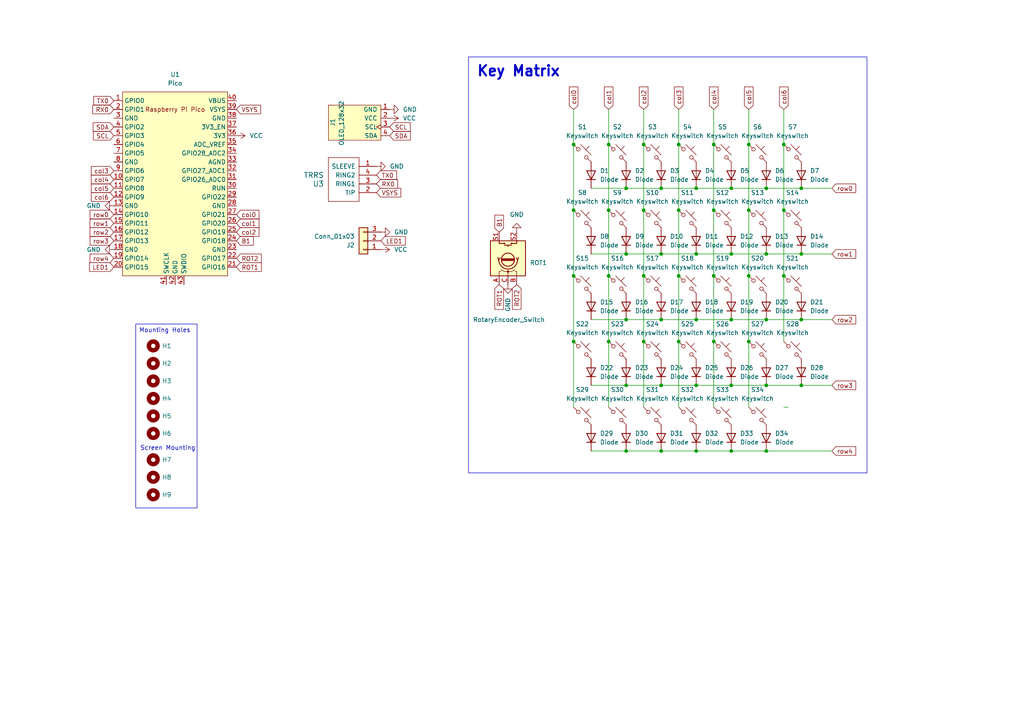
<source format=kicad_sch>
(kicad_sch (version 20230121) (generator eeschema)
  (paper "A4")
  (title_block (title "WackyMXter"))
  (lib_symbols
    (symbol "Connector_Generic:Conn_01x03" (pin_names (offset 1.016) hide)
      (property "Reference" "J" (at 0 5.08 0))
      (property "Value" "Conn_01x03" (at 0 -5.08 0))
      (symbol "Conn_01x03_1_1"
        (rectangle (start -1.27 -2.413) (end 0 -2.667) (stroke (width 0.1524)))
        (rectangle (start -1.27 0.127) (end 0 -0.127) (stroke (width 0.1524)))
        (rectangle (start -1.27 2.667) (end 0 2.413) (stroke (width 0.1524)))
        (rectangle (start -1.27 3.81) (end 1.27 -3.81) (stroke (width 0.254)) (fill (type background)))
        (pin passive line (at -5.08 2.54 0) (length 3.81) (name "Pin_1") (number "1"))
        (pin passive line (at -5.08 0 0) (length 3.81) (name "Pin_2") (number "2"))
        (pin passive line (at -5.08 -2.54 0) (length 3.81) (name "Pin_3") (number "3"))
      )
    )
    (symbol "Device:RotaryEncoder_Switch" (pin_names (offset 0.254) hide)
      (property "Reference" "SW" (at 0 6.604 0))
      (property "Value" "RotaryEncoder_Switch" (at 0 -6.604 0))
      (symbol "RotaryEncoder_Switch_0_1"
        (rectangle (start -5.08 5.08) (end 5.08 -5.08) (stroke (width 0.254)) (fill (type background)))
        (circle (center -3.81 0) (radius 0.254) (fill (type outline)))
        (circle (center -0.381 0) (radius 1.905) (stroke (width 0.254)))
        (arc (start -0.381 2.667) (mid -3.0988 -0.0635) (end -0.381 -2.794) (stroke (width 0.254)))
        (polyline (pts (xy -0.635 -1.778) (xy -0.635 1.778)) (stroke (width 0.254)))
        (polyline (pts (xy -0.381 -1.778) (xy -0.381 1.778)) (stroke (width 0.254)))
        (polyline (pts (xy -0.127 1.778) (xy -0.127 -1.778)) (stroke (width 0.254)))
        (polyline (pts (xy 3.81 0) (xy 3.429 0)) (stroke (width 0.254)))
        (polyline (pts (xy 3.81 1.016) (xy 3.81 -1.016)) (stroke (width 0.254)))
        (polyline (pts (xy -5.08 -2.54) (xy -3.81 -2.54) (xy -3.81 -2.032)))
        (polyline (pts (xy -5.08 2.54) (xy -3.81 2.54) (xy -3.81 2.032)))
        (polyline (pts (xy 0.254 -3.048) (xy -0.508 -2.794) (xy 0.127 -2.413)) (stroke (width 0.254)))
        (polyline (pts (xy 0.254 2.921) (xy -0.508 2.667) (xy 0.127 2.286)) (stroke (width 0.254)))
        (polyline (pts (xy 5.08 -2.54) (xy 4.318 -2.54) (xy 4.318 -1.016)) (stroke (width 0.254)))
        (polyline (pts (xy 5.08 2.54) (xy 4.318 2.54) (xy 4.318 1.016)) (stroke (width 0.254)))
        (polyline (pts (xy -5.08 0) (xy -3.81 0) (xy -3.81 -1.016) (xy -3.302 -2.032)))
        (polyline (pts (xy -4.318 0) (xy -3.81 0) (xy -3.81 1.016) (xy -3.302 2.032)))
        (circle (center 4.318 -1.016) (radius 0.127) (stroke (width 0.254)))
        (circle (center 4.318 1.016) (radius 0.127) (stroke (width 0.254)))
      )
      (symbol "RotaryEncoder_Switch_1_1"
        (pin passive line (at -7.62 2.54 0) (length 2.54) (name "A") (number "A"))
        (pin passive line (at -7.62 -2.54 0) (length 2.54) (name "B") (number "B"))
        (pin passive line (at -7.62 0 0) (length 2.54) (name "C") (number "C"))
        (pin passive line (at 7.62 2.54 180) (length 2.54) (name "S1") (number "S1"))
        (pin passive line (at 7.62 -2.54 180) (length 2.54) (name "S2") (number "S2"))
      )
    )
    (symbol "MCU_RaspberryPi_and_Boards:Pico"
      (property "Reference" "U" (at -13.97 27.94 0))
      (property "Value" "Pico" (at 0 19.05 0))
      (symbol "Pico_0_0"
        (text "Raspberry Pi Pico" (at 0 21.59 0) (effects (font (size 1.27 1.27))))
      )
      (symbol "Pico_0_1"
        (rectangle (start -15.24 26.67) (end 15.24 -26.67) (fill (type background)))
      )
      (symbol "Pico_1_1"
        (pin bidirectional line (at -17.78 24.13 0) (length 2.54) (name "GPIO0") (number "1"))
        (pin bidirectional line (at -17.78 1.27 0) (length 2.54) (name "GPIO7") (number "10"))
        (pin bidirectional line (at -17.78 -1.27 0) (length 2.54) (name "GPIO8") (number "11"))
        (pin bidirectional line (at -17.78 -3.81 0) (length 2.54) (name "GPIO9") (number "12"))
        (pin power_in line (at -17.78 -6.35 0) (length 2.54) (name "GND") (number "13"))
        (pin bidirectional line (at -17.78 -8.89 0) (length 2.54) (name "GPIO10") (number "14"))
        (pin bidirectional line (at -17.78 -11.43 0) (length 2.54) (name "GPIO11") (number "15"))
        (pin bidirectional line (at -17.78 -13.97 0) (length 2.54) (name "GPIO12") (number "16"))
        (pin bidirectional line (at -17.78 -16.51 0) (length 2.54) (name "GPIO13") (number "17"))
        (pin power_in line (at -17.78 -19.05 0) (length 2.54) (name "GND") (number "18"))
        (pin bidirectional line (at -17.78 -21.59 0) (length 2.54) (name "GPIO14") (number "19"))
        (pin bidirectional line (at -17.78 21.59 0) (length 2.54) (name "GPIO1") (number "2"))
        (pin bidirectional line (at -17.78 -24.13 0) (length 2.54) (name "GPIO15") (number "20"))
        (pin bidirectional line (at 17.78 -24.13 180) (length 2.54) (name "GPIO16") (number "21"))
        (pin bidirectional line (at 17.78 -21.59 180) (length 2.54) (name "GPIO17") (number "22"))
        (pin power_in line (at 17.78 -19.05 180) (length 2.54) (name "GND") (number "23"))
        (pin bidirectional line (at 17.78 -16.51 180) (length 2.54) (name "GPIO18") (number "24"))
        (pin bidirectional line (at 17.78 -13.97 180) (length 2.54) (name "GPIO19") (number "25"))
        (pin bidirectional line (at 17.78 -11.43 180) (length 2.54) (name "GPIO20") (number "26"))
        (pin bidirectional line (at 17.78 -8.89 180) (length 2.54) (name "GPIO21") (number "27"))
        (pin power_in line (at 17.78 -6.35 180) (length 2.54) (name "GND") (number "28"))
        (pin bidirectional line (at 17.78 -3.81 180) (length 2.54) (name "GPIO22") (number "29"))
        (pin power_in line (at -17.78 19.05 0) (length 2.54) (name "GND") (number "3"))
        (pin input line (at 17.78 -1.27 180) (length 2.54) (name "RUN") (number "30"))
        (pin bidirectional line (at 17.78 1.27 180) (length 2.54) (name "GPIO26_ADC0") (number "31"))
        (pin bidirectional line (at 17.78 3.81 180) (length 2.54) (name "GPIO27_ADC1") (number "32"))
        (pin power_in line (at 17.78 6.35 180) (length 2.54) (name "AGND") (number "33"))
        (pin bidirectional line (at 17.78 8.89 180) (length 2.54) (name "GPIO28_ADC2") (number "34"))
        (pin power_in line (at 17.78 11.43 180) (length 2.54) (name "ADC_VREF") (number "35"))
        (pin power_in line (at 17.78 13.97 180) (length 2.54) (name "3V3") (number "36"))
        (pin input line (at 17.78 16.51 180) (length 2.54) (name "3V3_EN") (number "37"))
        (pin bidirectional line (at 17.78 19.05 180) (length 2.54) (name "GND") (number "38"))
        (pin power_in line (at 17.78 21.59 180) (length 2.54) (name "VSYS") (number "39"))
        (pin bidirectional line (at -17.78 16.51 0) (length 2.54) (name "GPIO2") (number "4"))
        (pin power_in line (at 17.78 24.13 180) (length 2.54) (name "VBUS") (number "40"))
        (pin input line (at -2.54 -29.21 90) (length 2.54) (name "SWCLK") (number "41"))
        (pin power_in line (at 0 -29.21 90) (length 2.54) (name "GND") (number "42"))
        (pin bidirectional line (at 2.54 -29.21 90) (length 2.54) (name "SWDIO") (number "43"))
        (pin bidirectional line (at -17.78 13.97 0) (length 2.54) (name "GPIO3") (number "5"))
        (pin bidirectional line (at -17.78 11.43 0) (length 2.54) (name "GPIO4") (number "6"))
        (pin bidirectional line (at -17.78 8.89 0) (length 2.54) (name "GPIO5") (number "7"))
        (pin power_in line (at -17.78 6.35 0) (length 2.54) (name "GND") (number "8"))
        (pin bidirectional line (at -17.78 3.81 0) (length 2.54) (name "GPIO6") (number "9"))
      )
    )
    (symbol "Mechanical:MountingHole" (pin_names (offset 1.016))
      (property "Reference" "H" (at 0 5.08 0))
      (property "Value" "MountingHole" (at 0 3.175 0))
      (symbol "MountingHole_0_1"
        (circle (center 0 0) (radius 1.27) (stroke (width 1.27)))
      )
    )
    (symbol "ScottoKeebs:OLED_128x32" (pin_names (offset 1.016))
      (property "Reference" "J" (at 0 -6.35 0))
      (property "Value" "OLED_128x32" (at 0 6.35 0))
      (symbol "OLED_128x32_0_1"
        (rectangle (start 0 5.08) (end 15.24 -5.08) (fill (type background)))
      )
      (symbol "OLED_128x32_1_1"
        (pin power_in line (at -2.54 -3.81 0) (length 2.54) (name "GND") (number "1"))
        (pin power_in line (at -2.54 -1.27 0) (length 2.54) (name "VCC") (number "2"))
        (pin input clock (at -2.54 1.27 0) (length 2.54) (name "SCL") (number "3"))
        (pin bidirectional line (at -2.54 3.81 0) (length 2.54) (name "SDA") (number "4"))
      )
    )
    (symbol "ScottoKeebs:Placeholder_Diode" (pin_numbers hide) (pin_names hide)
      (property "Reference" "D" (at 0 2.54 0))
      (property "Value" "Diode" (at 0 -2.54 0))
      (symbol "Placeholder_Diode_0_1"
        (polyline (pts (xy -1.27 1.27) (xy -1.27 -1.27)) (stroke (width 0.254)))
        (polyline (pts (xy 1.27 0) (xy -1.27 0)))
        (polyline (pts (xy 1.27 1.27) (xy 1.27 -1.27) (xy -1.27 0) (xy 1.27 1.27)) (stroke (width 0.254)))
      )
      (symbol "Placeholder_Diode_1_1"
        (pin passive line (at -3.81 0 0) (length 2.54) (name "K") (number "1"))
        (pin passive line (at 3.81 0 180) (length 2.54) (name "A") (number "2"))
      )
    )
    (symbol "ScottoKeebs:Placeholder_Keyswitch" (pin_numbers hide) (pin_names (offset 1.016) hide)
      (property "Reference" "S" (at 3.048 1.016 0))
      (property "Value" "Keyswitch" (at 0 -3.81 0))
      (symbol "Placeholder_Keyswitch_0_1"
        (circle (center -1.1684 1.1684) (radius 0.508))
        (polyline (pts (xy -0.508 2.54) (xy 2.54 -0.508)))
        (polyline (pts (xy 1.016 1.016) (xy 2.032 2.032)))
        (polyline (pts (xy -2.54 2.54) (xy -1.524 1.524) (xy -1.524 1.524)))
        (polyline (pts (xy 1.524 -1.524) (xy 2.54 -2.54) (xy 2.54 -2.54) (xy 2.54 -2.54)))
        (circle (center 1.143 -1.1938) (radius 0.508))
        (pin passive line (at -2.54 2.54 0) (length 0) (name "1") (number "1"))
        (pin passive line (at 2.54 -2.54 180) (length 0) (name "2") (number "2"))
      )
    )
    (symbol "ScottoKeebs:Placeholder_TRRS" (pin_names (offset 1.016))
      (property "Reference" "U" (at 0 15.24 0))
      (property "Value" "TRRS" (at 0 -2.54 0))
      (symbol "Placeholder_TRRS_0_1"
        (rectangle (start -3.81 0) (end -3.81 12.7))
        (rectangle (start -3.81 0) (end 5.08 0))
        (rectangle (start -3.81 12.7) (end 5.08 12.7))
        (rectangle (start 5.08 12.7) (end 5.08 0))
      )
      (symbol "Placeholder_TRRS_1_1"
        (pin input line (at -8.89 2.54 0) (length 5.08) (name "SLEEVE") (number "1"))
        (pin input line (at -8.89 10.16 0) (length 5.08) (name "TIP") (number "2"))
        (pin input line (at -8.89 7.62 0) (length 5.08) (name "RING1") (number "3"))
        (pin input line (at -8.89 5.08 0) (length 5.08) (name "RING2") (number "4"))
      )
    )
    (symbol "power:GND" (power) (pin_names (offset 0))
      (property "Value" "GND" (at 0 -3.81 0))
      (symbol "GND_0_1"
        (polyline (pts (xy 0 0) (xy 0 -1.27) (xy 1.27 -1.27) (xy 0 -2.54) (xy -1.27 -1.27) (xy 0 -1.27)))
      )
      (symbol "GND_1_1"
        (pin power_in line (at 0 0 270) (length 0) hide (name "GND") (number "1"))
      )
    )
    (symbol "power:VCC" (power) (pin_names (offset 0))
      (property "Value" "VCC" (at 0 3.81 0))
      (symbol "VCC_0_1"
        (polyline (pts (xy -0.762 1.27) (xy 0 2.54)))
        (polyline (pts (xy 0 0) (xy 0 2.54)))
        (polyline (pts (xy 0 2.54) (xy 0.762 1.27)))
      )
      (symbol "VCC_1_1"
        (pin power_in line (at 0 0 90) (length 0) hide (name "VCC") (number "1"))
      )
    )
  )
  (junction (at 191.77 130.81))
  (junction (at 207.01 80.01))
  (junction (at 176.53 41.91))
  (junction (at 181.61 92.71))
  (junction (at 227.33 60.96))
  (junction (at 196.85 41.91))
  (junction (at 201.93 73.66))
  (junction (at 186.69 99.06))
  (junction (at 166.37 99.06))
  (junction (at 191.77 54.61))
  (junction (at 207.01 41.91))
  (junction (at 212.09 111.76))
  (junction (at 181.61 111.76))
  (junction (at 232.41 54.61))
  (junction (at 196.85 99.06))
  (junction (at 207.01 60.96))
  (junction (at 232.41 73.66))
  (junction (at 222.25 73.66))
  (junction (at 227.33 41.91))
  (junction (at 222.25 130.81))
  (junction (at 207.01 99.06))
  (junction (at 186.69 60.96))
  (junction (at 181.61 73.66))
  (junction (at 222.25 92.71))
  (junction (at 186.69 80.01))
  (junction (at 222.25 111.76))
  (junction (at 201.93 54.61))
  (junction (at 232.41 111.76))
  (junction (at 212.09 130.81))
  (junction (at 196.85 60.96))
  (junction (at 217.17 41.91))
  (junction (at 227.33 80.01))
  (junction (at 217.17 60.96))
  (junction (at 176.53 80.01))
  (junction (at 196.85 80.01))
  (junction (at 212.09 92.71))
  (junction (at 212.09 73.66))
  (junction (at 201.93 92.71))
  (junction (at 181.61 130.81))
  (junction (at 166.37 80.01))
  (junction (at 191.77 111.76))
  (junction (at 176.53 99.06))
  (junction (at 232.41 92.71))
  (junction (at 217.17 99.06))
  (junction (at 201.93 111.76))
  (junction (at 191.77 92.71))
  (junction (at 217.17 80.01))
  (junction (at 222.25 54.61))
  (junction (at 166.37 60.96))
  (junction (at 212.09 54.61))
  (junction (at 181.61 54.61))
  (junction (at 186.69 41.91))
  (junction (at 201.93 130.81))
  (junction (at 176.53 60.96))
  (junction (at 191.77 73.66))
  (junction (at 166.37 41.91))
  (wire (pts (xy 166.37 99.06) (xy 166.37 118.11)))
  (wire (pts (xy 207.01 99.06) (xy 207.01 118.11)))
  (wire (pts (xy 196.85 31.75) (xy 196.85 41.91)))
  (wire (pts (xy 196.85 99.06) (xy 196.85 118.11)))
  (wire (pts (xy 186.69 41.91) (xy 186.69 60.96)))
  (wire (pts (xy 181.61 111.76) (xy 191.77 111.76)))
  (wire (pts (xy 217.17 31.75) (xy 217.17 41.91)))
  (wire (pts (xy 196.85 60.96) (xy 196.85 80.01)))
  (wire (pts (xy 212.09 54.61) (xy 222.25 54.61)))
  (wire (pts (xy 191.77 130.81) (xy 201.93 130.81)))
  (wire (pts (xy 241.3 111.76) (xy 232.41 111.76)))
  (wire (pts (xy 191.77 111.76) (xy 201.93 111.76)))
  (wire (pts (xy 232.41 54.61) (xy 241.3 54.61)))
  (wire (pts (xy 201.93 92.71) (xy 212.09 92.71)))
  (wire (pts (xy 217.17 80.01) (xy 217.17 99.06)))
  (wire (pts (xy 166.37 31.75) (xy 166.37 41.91)))
  (wire (pts (xy 171.45 111.76) (xy 181.61 111.76)))
  (wire (pts (xy 227.33 31.75) (xy 227.33 41.91)))
  (wire (pts (xy 191.77 92.71) (xy 201.93 92.71)))
  (wire (pts (xy 222.25 73.66) (xy 232.41 73.66)))
  (wire (pts (xy 201.93 54.61) (xy 212.09 54.61)))
  (wire (pts (xy 232.41 73.66) (xy 241.3 73.66)))
  (wire (pts (xy 171.45 73.66) (xy 181.61 73.66)))
  (wire (pts (xy 222.25 130.81) (xy 241.3 130.81)))
  (wire (pts (xy 207.01 60.96) (xy 207.01 80.01)))
  (wire (pts (xy 207.01 41.91) (xy 207.01 60.96)))
  (wire (pts (xy 171.45 92.71) (xy 181.61 92.71)))
  (wire (pts (xy 227.33 80.01) (xy 227.33 99.06)))
  (wire (pts (xy 181.61 130.81) (xy 191.77 130.81)))
  (wire (pts (xy 212.09 130.81) (xy 222.25 130.81)))
  (wire (pts (xy 222.25 54.61) (xy 232.41 54.61)))
  (wire (pts (xy 217.17 60.96) (xy 217.17 80.01)))
  (wire (pts (xy 207.01 31.75) (xy 207.01 41.91)))
  (wire (pts (xy 171.45 54.61) (xy 181.61 54.61)))
  (wire (pts (xy 222.25 92.71) (xy 232.41 92.71)))
  (wire (pts (xy 217.17 41.91) (xy 217.17 60.96)))
  (wire (pts (xy 186.69 60.96) (xy 186.69 80.01)))
  (wire (pts (xy 222.25 111.76) (xy 232.41 111.76)))
  (wire (pts (xy 191.77 73.66) (xy 201.93 73.66)))
  (wire (pts (xy 186.69 31.75) (xy 186.69 41.91)))
  (wire (pts (xy 171.45 130.81) (xy 181.61 130.81)))
  (wire (pts (xy 176.53 41.91) (xy 176.53 60.96)))
  (wire (pts (xy 176.53 99.06) (xy 176.53 118.11)))
  (wire (pts (xy 181.61 54.61) (xy 191.77 54.61)))
  (wire (pts (xy 212.09 111.76) (xy 222.25 111.76)))
  (wire (pts (xy 186.69 99.06) (xy 186.69 118.11)))
  (wire (pts (xy 232.41 92.71) (xy 241.3 92.71)))
  (wire (pts (xy 212.09 73.66) (xy 222.25 73.66)))
  (wire (pts (xy 166.37 60.96) (xy 166.37 80.01)))
  (wire (pts (xy 217.17 99.06) (xy 217.17 118.11)))
  (wire (pts (xy 191.77 54.61) (xy 201.93 54.61)))
  (wire (pts (xy 227.33 118.11) (xy 228.6 118.11)))
  (wire (pts (xy 176.53 60.96) (xy 176.53 80.01)))
  (wire (pts (xy 207.01 80.01) (xy 207.01 99.06)))
  (wire (pts (xy 186.69 80.01) (xy 186.69 99.06)))
  (wire (pts (xy 196.85 80.01) (xy 196.85 99.06)))
  (wire (pts (xy 196.85 41.91) (xy 196.85 60.96)))
  (wire (pts (xy 227.33 41.91) (xy 227.33 60.96)))
  (wire (pts (xy 201.93 73.66) (xy 212.09 73.66)))
  (wire (pts (xy 176.53 80.01) (xy 176.53 99.06)))
  (wire (pts (xy 201.93 130.81) (xy 212.09 130.81)))
  (wire (pts (xy 227.33 60.96) (xy 227.33 80.01)))
  (wire (pts (xy 212.09 92.71) (xy 222.25 92.71)))
  (wire (pts (xy 166.37 80.01) (xy 166.37 99.06)))
  (wire (pts (xy 181.61 73.66) (xy 191.77 73.66)))
  (wire (pts (xy 166.37 41.91) (xy 166.37 60.96)))
  (wire (pts (xy 181.61 92.71) (xy 191.77 92.71)))
  (wire (pts (xy 201.93 111.76) (xy 212.09 111.76)))
  (wire (pts (xy 176.53 31.75) (xy 176.53 41.91)))
  (text_box "Key Matrix\n" (at 135.89 16.51 0) (size 115.57 120.65) (effects (font (size 3 3) (thickness 0.6) bold) (justify left top)))
  (text_box "Mounting Holes\n" (at 39.37 93.98 0) (size 17.78 53.34) (effects (font (size 1.27 1.27)) (justify left top)))
  (text "Screen Mounting\n" (at 40.64 130.81 0) (effects (font (size 1.27 1.27)) (justify left bottom)))
  (global_label "row0" (shape input) (at 241.3 54.61 0) (property "Intersheetrefs" "${INTERSHEET_REFS}" (effects hide)))
  (global_label "col3" (shape input) (at 196.85 31.75 90) (property "Intersheetrefs" "${INTERSHEET_REFS}" (effects hide)))
  (global_label "row1" (shape input) (at 241.3 73.66 0) (property "Intersheetrefs" "${INTERSHEET_REFS}" (effects hide)))
  (global_label "col4" (shape input) (at 207.01 31.75 90) (property "Intersheetrefs" "${INTERSHEET_REFS}" (effects hide)))
  (global_label "TX0" (shape input) (at 109.22 50.8 0) (property "Intersheetrefs" "${INTERSHEET_REFS}" (effects hide)))
  (global_label "TX0" (shape input) (at 33.02 29.21 180) (property "Intersheetrefs" "${INTERSHEET_REFS}" (effects hide)))
  (global_label "VSYS" (shape input) (at 109.22 55.88 0) (property "Intersheetrefs" "${INTERSHEET_REFS}" (effects hide)))
  (global_label "col2" (shape input) (at 186.69 31.75 90) (property "Intersheetrefs" "${INTERSHEET_REFS}" (effects hide)))
  (global_label "col2" (shape input) (at 68.58 67.31 0) (property "Intersheetrefs" "${INTERSHEET_REFS}" (effects hide)))
  (global_label "col1" (shape input) (at 68.58 64.77 0) (property "Intersheetrefs" "${INTERSHEET_REFS}" (effects hide)))
  (global_label "row3" (shape input) (at 33.02 69.85 180) (property "Intersheetrefs" "${INTERSHEET_REFS}" (effects hide)))
  (global_label "RX0" (shape input) (at 33.02 31.75 180) (property "Intersheetrefs" "${INTERSHEET_REFS}" (effects hide)))
  (global_label "SDA" (shape input) (at 113.03 39.37 0) (property "Intersheetrefs" "${INTERSHEET_REFS}" (effects hide)))
  (global_label "col5" (shape input) (at 217.17 31.75 90) (property "Intersheetrefs" "${INTERSHEET_REFS}" (effects hide)))
  (global_label "SCL" (shape input) (at 33.02 39.37 180) (property "Intersheetrefs" "${INTERSHEET_REFS}" (effects hide)))
  (global_label "col3" (shape input) (at 33.02 49.53 180) (property "Intersheetrefs" "${INTERSHEET_REFS}" (effects hide)))
  (global_label "col6" (shape input) (at 227.33 31.75 90) (property "Intersheetrefs" "${INTERSHEET_REFS}" (effects hide)))
  (global_label "col6" (shape input) (at 33.02 57.15 180) (property "Intersheetrefs" "${INTERSHEET_REFS}" (effects hide)))
  (global_label "SCL" (shape input) (at 113.03 36.83 0) (property "Intersheetrefs" "${INTERSHEET_REFS}" (effects hide)))
  (global_label "LED1" (shape input) (at 110.49 69.85 0) (property "Intersheetrefs" "${INTERSHEET_REFS}" (effects hide)))
  (global_label "B1" (shape input) (at 144.78 67.31 90) (property "Intersheetrefs" "${INTERSHEET_REFS}" (effects hide)))
  (global_label "col4" (shape input) (at 33.02 52.07 180) (property "Intersheetrefs" "${INTERSHEET_REFS}" (effects hide)))
  (global_label "row2" (shape input) (at 33.02 67.31 180) (property "Intersheetrefs" "${INTERSHEET_REFS}" (effects hide)))
  (global_label "ROT1" (shape input) (at 68.58 77.47 0) (property "Intersheetrefs" "${INTERSHEET_REFS}" (effects hide)))
  (global_label "row0" (shape input) (at 33.02 62.23 180) (property "Intersheetrefs" "${INTERSHEET_REFS}" (effects hide)))
  (global_label "ROT2" (shape input) (at 149.86 82.55 270) (property "Intersheetrefs" "${INTERSHEET_REFS}" (effects hide)))
  (global_label "row4" (shape input) (at 241.3 130.81 0) (property "Intersheetrefs" "${INTERSHEET_REFS}" (effects hide)))
  (global_label "row2" (shape input) (at 241.3 92.71 0) (property "Intersheetrefs" "${INTERSHEET_REFS}" (effects hide)))
  (global_label "row4" (shape input) (at 33.02 74.93 180) (property "Intersheetrefs" "${INTERSHEET_REFS}" (effects hide)))
  (global_label "ROT2" (shape input) (at 68.58 74.93 0) (property "Intersheetrefs" "${INTERSHEET_REFS}" (effects hide)))
  (global_label "row3" (shape input) (at 241.3 111.76 0) (property "Intersheetrefs" "${INTERSHEET_REFS}" (effects hide)))
  (global_label "col0" (shape input) (at 166.37 31.75 90) (property "Intersheetrefs" "${INTERSHEET_REFS}" (effects hide)))
  (global_label "ROT1" (shape input) (at 144.78 82.55 270) (property "Intersheetrefs" "${INTERSHEET_REFS}" (effects hide)))
  (global_label "col0" (shape input) (at 68.58 62.23 0) (property "Intersheetrefs" "${INTERSHEET_REFS}" (effects hide)))
  (global_label "col5" (shape input) (at 33.02 54.61 180) (property "Intersheetrefs" "${INTERSHEET_REFS}" (effects hide)))
  (global_label "VSYS" (shape input) (at 68.58 31.75 0) (property "Intersheetrefs" "${INTERSHEET_REFS}" (effects hide)))
  (global_label "B1" (shape input) (at 68.58 69.85 0) (property "Intersheetrefs" "${INTERSHEET_REFS}" (effects hide)))
  (global_label "col1" (shape input) (at 176.53 31.75 90) (property "Intersheetrefs" "${INTERSHEET_REFS}" (effects hide)))
  (global_label "LED1" (shape input) (at 33.02 77.47 180) (property "Intersheetrefs" "${INTERSHEET_REFS}" (effects hide)))
  (global_label "row1" (shape input) (at 33.02 64.77 180) (property "Intersheetrefs" "${INTERSHEET_REFS}" (effects hide)))
  (global_label "RX0" (shape input) (at 109.22 53.34 0) (property "Intersheetrefs" "${INTERSHEET_REFS}" (effects hide)))
  (global_label "SDA" (shape input) (at 33.02 36.83 180) (property "Intersheetrefs" "${INTERSHEET_REFS}" (effects hide)))
  (symbol (lib_id "ScottoKeebs:Placeholder_Diode") (at 181.61 127 90) (unit 1)
    (property "Reference" "D30" (at 184.15 125.73 90) (effects (justify right)))
    (property "Value" "Diode" (at 184.15 128.27 90) (effects (justify right)))
    (property "Footprint" "Keebio-Parts:Diode-Hybrid-Back" (effects hide))
    (property "Sim.Device" "D" (effects hide))
    (property "Sim.Pins" "1=K 2=A" (effects hide))
  )
  (symbol (lib_id "ScottoKeebs:Placeholder_Diode") (at 232.41 69.85 90) (unit 1)
    (property "Reference" "D14" (at 234.95 68.58 90) (effects (justify right)))
    (property "Value" "Diode" (at 234.95 71.12 90) (effects (justify right)))
    (property "Footprint" "Keebio-Parts:Diode-Hybrid-Back" (effects hide))
    (property "Sim.Device" "D" (effects hide))
    (property "Sim.Pins" "1=K 2=A" (effects hide))
  )
  (symbol (lib_id "ScottoKeebs:Placeholder_Keyswitch") (at 209.55 82.55 0) (unit 1)
    (property "Reference" "S19" (at 209.55 74.93 0))
    (property "Value" "Keyswitch" (at 209.55 77.47 0))
    (property "Footprint" "keyswitches:Kailh_socket_MX_optional" (effects hide))
  )
  (symbol (lib_id "ScottoKeebs:Placeholder_Diode") (at 171.45 107.95 90) (unit 1)
    (property "Reference" "D22" (at 173.99 106.68 90) (effects (justify right)))
    (property "Value" "Diode" (at 173.99 109.22 90) (effects (justify right)))
    (property "Footprint" "Keebio-Parts:Diode-Hybrid-Back" (effects hide))
    (property "Sim.Device" "D" (effects hide))
    (property "Sim.Pins" "1=K 2=A" (effects hide))
  )
  (symbol (lib_id "ScottoKeebs:Placeholder_Diode") (at 181.61 50.8 90) (unit 1)
    (property "Reference" "D2" (at 184.15 49.53 90) (effects (justify right)))
    (property "Value" "Diode" (at 184.15 52.07 90) (effects (justify right)))
    (property "Footprint" "Keebio-Parts:Diode-Hybrid-Back" (effects hide))
    (property "Sim.Device" "D" (effects hide))
    (property "Sim.Pins" "1=K 2=A" (effects hide))
  )
  (symbol (lib_id "ScottoKeebs:Placeholder_Keyswitch") (at 229.87 82.55 0) (unit 1)
    (property "Reference" "S21" (at 229.87 74.93 0))
    (property "Value" "Keyswitch" (at 229.87 77.47 0))
    (property "Footprint" "keyswitches:Kailh_socket_MX_optional" (effects hide))
  )
  (symbol (lib_id "Mechanical:MountingHole") (at 44.45 120.65 0) (unit 1)
    (property "Reference" "H5" (at 46.99 120.65 0) (effects (justify left)))
    (property "Value" "MountingHole" (effects hide))
    (property "Footprint" "MountingHole:MountingHole_2.2mm_M2" (effects hide))
  )
  (symbol (lib_id "Mechanical:MountingHole") (at 44.45 100.33 0) (unit 1)
    (property "Reference" "H1" (at 46.99 100.33 0) (effects (justify left)))
    (property "Value" "MountingHole" (effects hide))
    (property "Footprint" "MountingHole:MountingHole_2.2mm_M2" (effects hide))
  )
  (symbol (lib_id "ScottoKeebs:Placeholder_Diode") (at 201.93 50.8 90) (unit 1)
    (property "Reference" "D4" (at 204.47 49.53 90) (effects (justify right)))
    (property "Value" "Diode" (at 204.47 52.07 90) (effects (justify right)))
    (property "Footprint" "Keebio-Parts:Diode-Hybrid-Back" (effects hide))
    (property "Sim.Device" "D" (effects hide))
    (property "Sim.Pins" "1=K 2=A" (effects hide))
  )
  (symbol (lib_id "ScottoKeebs:Placeholder_Diode") (at 191.77 50.8 90) (unit 1)
    (property "Reference" "D3" (at 194.31 49.53 90) (effects (justify right)))
    (property "Value" "Diode" (at 194.31 52.07 90) (effects (justify right)))
    (property "Footprint" "Keebio-Parts:Diode-Hybrid-Back" (effects hide))
    (property "Sim.Device" "D" (effects hide))
    (property "Sim.Pins" "1=K 2=A" (effects hide))
  )
  (symbol (lib_id "ScottoKeebs:Placeholder_Diode") (at 212.09 69.85 90) (unit 1)
    (property "Reference" "D12" (at 214.63 68.58 90) (effects (justify right)))
    (property "Value" "Diode" (at 214.63 71.12 90) (effects (justify right)))
    (property "Footprint" "Keebio-Parts:Diode-Hybrid-Back" (effects hide))
    (property "Sim.Device" "D" (effects hide))
    (property "Sim.Pins" "1=K 2=A" (effects hide))
  )
  (symbol (lib_id "ScottoKeebs:Placeholder_Keyswitch") (at 219.71 120.65 0) (unit 1)
    (property "Reference" "S34" (at 219.71 113.03 0))
    (property "Value" "Keyswitch" (at 219.71 115.57 0))
    (property "Footprint" "keyswitches:Kailh_socket_MX_optional" (effects hide))
  )
  (symbol (lib_id "ScottoKeebs:Placeholder_Keyswitch") (at 179.07 44.45 0) (unit 1)
    (property "Reference" "S2" (at 179.07 36.83 0))
    (property "Value" "Keyswitch" (at 179.07 39.37 0))
    (property "Footprint" "keyswitches:Kailh_socket_MX_optional" (effects hide))
  )
  (symbol (lib_id "ScottoKeebs:Placeholder_Keyswitch") (at 168.91 120.65 0) (unit 1)
    (property "Reference" "S29" (at 168.91 113.03 0))
    (property "Value" "Keyswitch" (at 168.91 115.57 0))
    (property "Footprint" "keyswitches:Kailh_socket_MX_optional" (effects hide))
  )
  (symbol (lib_id "ScottoKeebs:Placeholder_Diode") (at 201.93 69.85 90) (unit 1)
    (property "Reference" "D11" (at 204.47 68.58 90) (effects (justify right)))
    (property "Value" "Diode" (at 204.47 71.12 90) (effects (justify right)))
    (property "Footprint" "Keebio-Parts:Diode-Hybrid-Back" (effects hide))
    (property "Sim.Device" "D" (effects hide))
    (property "Sim.Pins" "1=K 2=A" (effects hide))
  )
  (symbol (lib_id "ScottoKeebs:Placeholder_Keyswitch") (at 199.39 44.45 0) (unit 1)
    (property "Reference" "S4" (at 199.39 36.83 0))
    (property "Value" "Keyswitch" (at 199.39 39.37 0))
    (property "Footprint" "keyswitches:Kailh_socket_MX_optional" (effects hide))
  )
  (symbol (lib_id "power:VCC") (at 110.49 72.39 270) (unit 1)
    (property "Reference" "#PWR017" (effects hide))
    (property "Value" "VCC" (at 114.3 72.39 90) (effects (justify left)))
  )
  (symbol (lib_id "ScottoKeebs:Placeholder_Keyswitch") (at 179.07 63.5 0) (unit 1)
    (property "Reference" "S9" (at 179.07 55.88 0))
    (property "Value" "Keyswitch" (at 179.07 58.42 0))
    (property "Footprint" "keyswitches:Kailh_socket_MX_optional" (effects hide))
  )
  (symbol (lib_id "ScottoKeebs:Placeholder_Keyswitch") (at 229.87 44.45 0) (unit 1)
    (property "Reference" "S7" (at 229.87 36.83 0))
    (property "Value" "Keyswitch" (at 229.87 39.37 0))
    (property "Footprint" "keyswitches:Kailh_socket_MX_optional" (effects hide))
  )
  (symbol (lib_id "ScottoKeebs:Placeholder_Diode") (at 171.45 127 90) (unit 1)
    (property "Reference" "D29" (at 173.99 125.73 90) (effects (justify right)))
    (property "Value" "Diode" (at 173.99 128.27 90) (effects (justify right)))
    (property "Footprint" "Keebio-Parts:Diode-Hybrid-Back" (effects hide))
    (property "Sim.Device" "D" (effects hide))
    (property "Sim.Pins" "1=K 2=A" (effects hide))
  )
  (symbol (lib_id "ScottoKeebs:Placeholder_Diode") (at 232.41 88.9 90) (unit 1)
    (property "Reference" "D21" (at 234.95 87.63 90) (effects (justify right)))
    (property "Value" "Diode" (at 234.95 90.17 90) (effects (justify right)))
    (property "Footprint" "Keebio-Parts:Diode-Hybrid-Back" (effects hide))
    (property "Sim.Device" "D" (effects hide))
    (property "Sim.Pins" "1=K 2=A" (effects hide))
  )
  (symbol (lib_id "power:GND") (at 113.03 31.75 90) (unit 1)
    (property "Reference" "#PWR015" (effects hide))
    (property "Value" "GND" (at 116.84 31.75 90) (effects (justify right)))
  )
  (symbol (lib_id "Mechanical:MountingHole") (at 44.45 110.49 0) (unit 1)
    (property "Reference" "H3" (at 46.99 110.49 0) (effects (justify left)))
    (property "Value" "MountingHole" (effects hide))
    (property "Footprint" "MountingHole:MountingHole_2.2mm_M2" (effects hide))
  )
  (symbol (lib_id "ScottoKeebs:Placeholder_Keyswitch") (at 168.91 82.55 0) (unit 1)
    (property "Reference" "S15" (at 168.91 74.93 0))
    (property "Value" "Keyswitch" (at 168.91 77.47 0))
    (property "Footprint" "keyswitches:Kailh_socket_MX_optional" (effects hide))
  )
  (symbol (lib_id "ScottoKeebs:Placeholder_Keyswitch") (at 199.39 120.65 0) (unit 1)
    (property "Reference" "S32" (at 199.39 113.03 0))
    (property "Value" "Keyswitch" (at 199.39 115.57 0))
    (property "Footprint" "keyswitches:Kailh_socket_MX_optional" (effects hide))
  )
  (symbol (lib_id "ScottoKeebs:OLED_128x32") (at 110.49 35.56 180) (unit 1)
    (property "Reference" "J1" (at 96.52 34.29 90) (effects (justify left)))
    (property "Value" "OLED_128x32" (at 99.06 29.21 90) (effects (justify left)))
    (property "Footprint" "ScottoKeebs_Components:OLED_128x32" (effects hide))
  )
  (symbol (lib_id "ScottoKeebs:Placeholder_Keyswitch") (at 199.39 63.5 0) (unit 1)
    (property "Reference" "S11" (at 199.39 55.88 0))
    (property "Value" "Keyswitch" (at 199.39 58.42 0))
    (property "Footprint" "keyswitches:Kailh_socket_MX_optional" (effects hide))
  )
  (symbol (lib_id "ScottoKeebs:Placeholder_Diode") (at 201.93 88.9 90) (unit 1)
    (property "Reference" "D18" (at 204.47 87.63 90) (effects (justify right)))
    (property "Value" "Diode" (at 204.47 90.17 90) (effects (justify right)))
    (property "Footprint" "Keebio-Parts:Diode-Hybrid-Back" (effects hide))
    (property "Sim.Device" "D" (effects hide))
    (property "Sim.Pins" "1=K 2=A" (effects hide))
  )
  (symbol (lib_id "ScottoKeebs:Placeholder_Diode") (at 181.61 107.95 90) (unit 1)
    (property "Reference" "D23" (at 184.15 106.68 90) (effects (justify right)))
    (property "Value" "Diode" (at 184.15 109.22 90) (effects (justify right)))
    (property "Footprint" "Keebio-Parts:Diode-Hybrid-Back" (effects hide))
    (property "Sim.Device" "D" (effects hide))
    (property "Sim.Pins" "1=K 2=A" (effects hide))
  )
  (symbol (lib_id "ScottoKeebs:Placeholder_Diode") (at 222.25 88.9 90) (unit 1)
    (property "Reference" "D20" (at 224.79 87.63 90) (effects (justify right)))
    (property "Value" "Diode" (at 224.79 90.17 90) (effects (justify right)))
    (property "Footprint" "Keebio-Parts:Diode-Hybrid-Back" (effects hide))
    (property "Sim.Device" "D" (effects hide))
    (property "Sim.Pins" "1=K 2=A" (effects hide))
  )
  (symbol (lib_id "Mechanical:MountingHole") (at 44.45 138.43 0) (unit 1)
    (property "Reference" "H8" (at 46.99 138.43 0) (effects (justify left)))
    (property "Value" "MountingHole" (effects hide))
    (property "Footprint" "MountingHole:MountingHole_2.2mm_M2" (effects hide))
  )
  (symbol (lib_id "ScottoKeebs:Placeholder_Keyswitch") (at 219.71 44.45 0) (unit 1)
    (property "Reference" "S6" (at 219.71 36.83 0))
    (property "Value" "Keyswitch" (at 219.71 39.37 0))
    (property "Footprint" "keyswitches:Kailh_socket_MX_optional" (effects hide))
  )
  (symbol (lib_id "ScottoKeebs:Placeholder_Keyswitch") (at 179.07 120.65 0) (unit 1)
    (property "Reference" "S30" (at 179.07 113.03 0))
    (property "Value" "Keyswitch" (at 179.07 115.57 0))
    (property "Footprint" "keyswitches:Kailh_socket_MX_optional" (effects hide))
  )
  (symbol (lib_id "ScottoKeebs:Placeholder_Diode") (at 212.09 127 90) (unit 1)
    (property "Reference" "D33" (at 214.63 125.73 90) (effects (justify right)))
    (property "Value" "Diode" (at 214.63 128.27 90) (effects (justify right)))
    (property "Footprint" "Keebio-Parts:Diode-Hybrid-Back" (effects hide))
    (property "Sim.Device" "D" (effects hide))
    (property "Sim.Pins" "1=K 2=A" (effects hide))
  )
  (symbol (lib_id "ScottoKeebs:Placeholder_Diode") (at 232.41 107.95 90) (unit 1)
    (property "Reference" "D28" (at 234.95 106.68 90) (effects (justify right)))
    (property "Value" "Diode" (at 234.95 109.22 90) (effects (justify right)))
    (property "Footprint" "Keebio-Parts:Diode-Hybrid-Back" (effects hide))
    (property "Sim.Device" "D" (effects hide))
    (property "Sim.Pins" "1=K 2=A" (effects hide))
  )
  (symbol (lib_id "ScottoKeebs:Placeholder_Diode") (at 222.25 50.8 90) (unit 1)
    (property "Reference" "D6" (at 224.79 49.53 90) (effects (justify right)))
    (property "Value" "Diode" (at 224.79 52.07 90) (effects (justify right)))
    (property "Footprint" "Keebio-Parts:Diode-Hybrid-Back" (effects hide))
    (property "Sim.Device" "D" (effects hide))
    (property "Sim.Pins" "1=K 2=A" (effects hide))
  )
  (symbol (lib_id "ScottoKeebs:Placeholder_Diode") (at 201.93 127 90) (unit 1)
    (property "Reference" "D32" (at 204.47 125.73 90) (effects (justify right)))
    (property "Value" "Diode" (at 204.47 128.27 90) (effects (justify right)))
    (property "Footprint" "Keebio-Parts:Diode-Hybrid-Back" (effects hide))
    (property "Sim.Device" "D" (effects hide))
    (property "Sim.Pins" "1=K 2=A" (effects hide))
  )
  (symbol (lib_id "ScottoKeebs:Placeholder_Diode") (at 181.61 88.9 90) (unit 1)
    (property "Reference" "D16" (at 184.15 87.63 90) (effects (justify right)))
    (property "Value" "Diode" (at 184.15 90.17 90) (effects (justify right)))
    (property "Footprint" "Keebio-Parts:Diode-Hybrid-Back" (effects hide))
    (property "Sim.Device" "D" (effects hide))
    (property "Sim.Pins" "1=K 2=A" (effects hide))
  )
  (symbol (lib_id "ScottoKeebs:Placeholder_Diode") (at 171.45 88.9 90) (unit 1)
    (property "Reference" "D15" (at 173.99 87.63 90) (effects (justify right)))
    (property "Value" "Diode" (at 173.99 90.17 90) (effects (justify right)))
    (property "Footprint" "Keebio-Parts:Diode-Hybrid-Back" (effects hide))
    (property "Sim.Device" "D" (effects hide))
    (property "Sim.Pins" "1=K 2=A" (effects hide))
  )
  (symbol (lib_id "ScottoKeebs:Placeholder_Keyswitch") (at 219.71 82.55 0) (unit 1)
    (property "Reference" "S20" (at 219.71 74.93 0))
    (property "Value" "Keyswitch" (at 219.71 77.47 0))
    (property "Footprint" "keyswitches:Kailh_socket_MX_optional" (effects hide))
  )
  (symbol (lib_id "ScottoKeebs:Placeholder_Diode") (at 212.09 107.95 90) (unit 1)
    (property "Reference" "D26" (at 214.63 106.68 90) (effects (justify right)))
    (property "Value" "Diode" (at 214.63 109.22 90) (effects (justify right)))
    (property "Footprint" "Keebio-Parts:Diode-Hybrid-Back" (effects hide))
    (property "Sim.Device" "D" (effects hide))
    (property "Sim.Pins" "1=K 2=A" (effects hide))
  )
  (symbol (lib_id "ScottoKeebs:Placeholder_Keyswitch") (at 168.91 101.6 0) (unit 1)
    (property "Reference" "S22" (at 168.91 93.98 0))
    (property "Value" "Keyswitch" (at 168.91 96.52 0))
    (property "Footprint" "keyswitches:Kailh_socket_MX_optional" (effects hide))
  )
  (symbol (lib_id "ScottoKeebs:Placeholder_Diode") (at 171.45 50.8 90) (unit 1)
    (property "Reference" "D1" (at 173.99 49.53 90) (effects (justify right)))
    (property "Value" "Diode" (at 173.99 52.07 90) (effects (justify right)))
    (property "Footprint" "Keebio-Parts:Diode-Hybrid-Back" (effects hide))
    (property "Sim.Device" "D" (effects hide))
    (property "Sim.Pins" "1=K 2=A" (effects hide))
  )
  (symbol (lib_id "ScottoKeebs:Placeholder_Keyswitch") (at 179.07 101.6 0) (unit 1)
    (property "Reference" "S23" (at 179.07 93.98 0))
    (property "Value" "Keyswitch" (at 179.07 96.52 0))
    (property "Footprint" "keyswitches:Kailh_socket_MX_optional" (effects hide))
  )
  (symbol (lib_id "ScottoKeebs:Placeholder_Diode") (at 232.41 50.8 90) (unit 1)
    (property "Reference" "D7" (at 234.95 49.53 90) (effects (justify right)))
    (property "Value" "Diode" (at 234.95 52.07 90) (effects (justify right)))
    (property "Footprint" "Keebio-Parts:Diode-Hybrid-Back" (effects hide))
    (property "Sim.Device" "D" (effects hide))
    (property "Sim.Pins" "1=K 2=A" (effects hide))
  )
  (symbol (lib_id "ScottoKeebs:Placeholder_Diode") (at 171.45 69.85 90) (unit 1)
    (property "Reference" "D8" (at 173.99 68.58 90) (effects (justify right)))
    (property "Value" "Diode" (at 173.99 71.12 90) (effects (justify right)))
    (property "Footprint" "Keebio-Parts:Diode-Hybrid-Back" (effects hide))
    (property "Sim.Device" "D" (effects hide))
    (property "Sim.Pins" "1=K 2=A" (effects hide))
  )
  (symbol (lib_id "power:GND") (at 109.22 48.26 90) (unit 1)
    (property "Reference" "#PWR01" (effects hide))
    (property "Value" "GND" (at 113.03 48.26 90) (effects (justify right)))
  )
  (symbol (lib_id "ScottoKeebs:Placeholder_Diode") (at 191.77 107.95 90) (unit 1)
    (property "Reference" "D24" (at 194.31 106.68 90) (effects (justify right)))
    (property "Value" "Diode" (at 194.31 109.22 90) (effects (justify right)))
    (property "Footprint" "Keebio-Parts:Diode-Hybrid-Back" (effects hide))
    (property "Sim.Device" "D" (effects hide))
    (property "Sim.Pins" "1=K 2=A" (effects hide))
  )
  (symbol (lib_id "ScottoKeebs:Placeholder_Keyswitch") (at 229.87 101.6 0) (unit 1)
    (property "Reference" "S28" (at 229.87 93.98 0))
    (property "Value" "Keyswitch" (at 229.87 96.52 0))
    (property "Footprint" "keyswitches:Kailh_socket_MX_optional" (effects hide))
  )
  (symbol (lib_id "Mechanical:MountingHole") (at 44.45 105.41 0) (unit 1)
    (property "Reference" "H2" (at 46.99 105.41 0) (effects (justify left)))
    (property "Value" "MountingHole" (effects hide))
    (property "Footprint" "MountingHole:MountingHole_2.2mm_M2" (effects hide))
  )
  (symbol (lib_id "Mechanical:MountingHole") (at 44.45 133.35 0) (unit 1)
    (property "Reference" "H7" (at 46.99 133.35 0) (effects (justify left)))
    (property "Value" "MountingHole" (effects hide))
    (property "Footprint" "MountingHole:MountingHole_2.2mm_M2" (effects hide))
  )
  (symbol (lib_id "power:VCC") (at 68.58 39.37 270) (unit 1)
    (property "Reference" "#PWR02" (effects hide))
    (property "Value" "VCC" (at 72.39 39.37 90) (effects (justify left)))
  )
  (symbol (lib_id "ScottoKeebs:Placeholder_Keyswitch") (at 219.71 63.5 0) (unit 1)
    (property "Reference" "S13" (at 219.71 55.88 0))
    (property "Value" "Keyswitch" (at 219.71 58.42 0))
    (property "Footprint" "keyswitches:Kailh_socket_MX_optional" (effects hide))
  )
  (symbol (lib_id "ScottoKeebs:Placeholder_Keyswitch") (at 168.91 44.45 0) (unit 1)
    (property "Reference" "S1" (at 168.91 36.83 0))
    (property "Value" "Keyswitch" (at 168.91 39.37 0))
    (property "Footprint" "keyswitches:Kailh_socket_MX_optional" (effects hide))
  )
  (symbol (lib_id "power:GND") (at 33.02 72.39 270) (unit 1)
    (property "Reference" "#PWR03" (effects hide))
    (property "Value" "GND" (at 29.21 72.39 90) (effects (justify right)))
  )
  (symbol (lib_id "ScottoKeebs:Placeholder_Diode") (at 222.25 107.95 90) (unit 1)
    (property "Reference" "D27" (at 224.79 106.68 90) (effects (justify right)))
    (property "Value" "Diode" (at 224.79 109.22 90) (effects (justify right)))
    (property "Footprint" "Keebio-Parts:Diode-Hybrid-Back" (effects hide))
    (property "Sim.Device" "D" (effects hide))
    (property "Sim.Pins" "1=K 2=A" (effects hide))
  )
  (symbol (lib_id "ScottoKeebs:Placeholder_Diode") (at 181.61 69.85 90) (unit 1)
    (property "Reference" "D9" (at 184.15 68.58 90) (effects (justify right)))
    (property "Value" "Diode" (at 184.15 71.12 90) (effects (justify right)))
    (property "Footprint" "Keebio-Parts:Diode-Hybrid-Back" (effects hide))
    (property "Sim.Device" "D" (effects hide))
    (property "Sim.Pins" "1=K 2=A" (effects hide))
  )
  (symbol (lib_id "ScottoKeebs:Placeholder_Diode") (at 201.93 107.95 90) (unit 1)
    (property "Reference" "D25" (at 204.47 106.68 90) (effects (justify right)))
    (property "Value" "Diode" (at 204.47 109.22 90) (effects (justify right)))
    (property "Footprint" "Keebio-Parts:Diode-Hybrid-Back" (effects hide))
    (property "Sim.Device" "D" (effects hide))
    (property "Sim.Pins" "1=K 2=A" (effects hide))
  )
  (symbol (lib_id "ScottoKeebs:Placeholder_Diode") (at 191.77 127 90) (unit 1)
    (property "Reference" "D31" (at 194.31 125.73 90) (effects (justify right)))
    (property "Value" "Diode" (at 194.31 128.27 90) (effects (justify right)))
    (property "Footprint" "Keebio-Parts:Diode-Hybrid-Back" (effects hide))
    (property "Sim.Device" "D" (effects hide))
    (property "Sim.Pins" "1=K 2=A" (effects hide))
  )
  (symbol (lib_id "ScottoKeebs:Placeholder_Keyswitch") (at 209.55 120.65 0) (unit 1)
    (property "Reference" "S33" (at 209.55 113.03 0))
    (property "Value" "Keyswitch" (at 209.55 115.57 0))
    (property "Footprint" "keyswitches:Kailh_socket_MX_optional" (effects hide))
  )
  (symbol (lib_id "MCU_RaspberryPi_and_Boards:Pico") (at 50.8 53.34 0) (unit 1)
    (property "Reference" "U1" (at 50.8 21.59 0))
    (property "Value" "Pico" (at 50.8 24.13 0))
    (property "Footprint" "RPi_Pico:RPi_PicoW_SMD_TH" (effects hide))
  )
  (symbol (lib_id "power:VCC") (at 113.03 34.29 270) (unit 1)
    (property "Reference" "#PWR014" (effects hide))
    (property "Value" "VCC" (at 116.84 34.29 90) (effects (justify left)))
  )
  (symbol (lib_id "power:GND") (at 110.49 67.31 90) (unit 1)
    (property "Reference" "#PWR016" (effects hide))
    (property "Value" "GND" (at 114.3 67.31 90) (effects (justify right)))
  )
  (symbol (lib_id "ScottoKeebs:Placeholder_Keyswitch") (at 219.71 101.6 0) (unit 1)
    (property "Reference" "S27" (at 219.71 93.98 0))
    (property "Value" "Keyswitch" (at 219.71 96.52 0))
    (property "Footprint" "keyswitches:Kailh_socket_MX_optional" (effects hide))
  )
  (symbol (lib_id "Mechanical:MountingHole") (at 44.45 115.57 0) (unit 1)
    (property "Reference" "H4" (at 46.99 115.57 0) (effects (justify left)))
    (property "Value" "MountingHole" (effects hide))
    (property "Footprint" "MountingHole:MountingHole_2.2mm_M2" (effects hide))
  )
  (symbol (lib_id "ScottoKeebs:Placeholder_Diode") (at 191.77 69.85 90) (unit 1)
    (property "Reference" "D10" (at 194.31 68.58 90) (effects (justify right)))
    (property "Value" "Diode" (at 194.31 71.12 90) (effects (justify right)))
    (property "Footprint" "Keebio-Parts:Diode-Hybrid-Back" (effects hide))
    (property "Sim.Device" "D" (effects hide))
    (property "Sim.Pins" "1=K 2=A" (effects hide))
  )
  (symbol (lib_id "ScottoKeebs:Placeholder_Keyswitch") (at 189.23 44.45 0) (unit 1)
    (property "Reference" "S3" (at 189.23 36.83 0))
    (property "Value" "Keyswitch" (at 189.23 39.37 0))
    (property "Footprint" "keyswitches:Kailh_socket_MX_optional" (effects hide))
  )
  (symbol (lib_id "ScottoKeebs:Placeholder_Diode") (at 222.25 127 90) (unit 1)
    (property "Reference" "D34" (at 224.79 125.73 90) (effects (justify right)))
    (property "Value" "Diode" (at 224.79 128.27 90) (effects (justify right)))
    (property "Footprint" "Keebio-Parts:Diode-Hybrid-Back" (effects hide))
    (property "Sim.Device" "D" (effects hide))
    (property "Sim.Pins" "1=K 2=A" (effects hide))
  )
  (symbol (lib_id "ScottoKeebs:Placeholder_Keyswitch") (at 189.23 82.55 0) (unit 1)
    (property "Reference" "S17" (at 189.23 74.93 0))
    (property "Value" "Keyswitch" (at 189.23 77.47 0))
    (property "Footprint" "keyswitches:Kailh_socket_MX_optional" (effects hide))
  )
  (symbol (lib_id "ScottoKeebs:Placeholder_Keyswitch") (at 209.55 63.5 0) (unit 1)
    (property "Reference" "S12" (at 209.55 55.88 0))
    (property "Value" "Keyswitch" (at 209.55 58.42 0))
    (property "Footprint" "keyswitches:Kailh_socket_MX_optional" (effects hide))
  )
  (symbol (lib_id "ScottoKeebs:Placeholder_Keyswitch") (at 189.23 63.5 0) (unit 1)
    (property "Reference" "S10" (at 189.23 55.88 0))
    (property "Value" "Keyswitch" (at 189.23 58.42 0))
    (property "Footprint" "keyswitches:Kailh_socket_MX_optional" (effects hide))
  )
  (symbol (lib_id "Mechanical:MountingHole") (at 44.45 143.51 0) (unit 1)
    (property "Reference" "H9" (at 46.99 143.51 0) (effects (justify left)))
    (property "Value" "MountingHole" (effects hide))
    (property "Footprint" "MountingHole:MountingHole_2.2mm_M2" (effects hide))
  )
  (symbol (lib_id "ScottoKeebs:Placeholder_Keyswitch") (at 179.07 82.55 0) (unit 1)
    (property "Reference" "S16" (at 179.07 74.93 0))
    (property "Value" "Keyswitch" (at 179.07 77.47 0))
    (property "Footprint" "keyswitches:Kailh_socket_MX_optional" (effects hide))
  )
  (symbol (lib_id "power:GND") (at 33.02 59.69 270) (unit 1)
    (property "Reference" "#PWR011" (effects hide))
    (property "Value" "GND" (at 29.21 59.69 90) (effects (justify right)))
  )
  (symbol (lib_id "ScottoKeebs:Placeholder_Keyswitch") (at 229.87 63.5 0) (unit 1)
    (property "Reference" "S14" (at 229.87 55.88 0))
    (property "Value" "Keyswitch" (at 229.87 58.42 0))
    (property "Footprint" "keyswitches:Kailh_socket_MX_optional" (effects hide))
  )
  (symbol (lib_id "ScottoKeebs:Placeholder_Keyswitch") (at 189.23 101.6 0) (unit 1)
    (property "Reference" "S24" (at 189.23 93.98 0))
    (property "Value" "Keyswitch" (at 189.23 96.52 0))
    (property "Footprint" "keyswitches:Kailh_socket_MX_optional" (effects hide))
  )
  (symbol (lib_id "Mechanical:MountingHole") (at 44.45 125.73 0) (unit 1)
    (property "Reference" "H6" (at 46.99 125.73 0) (effects (justify left)))
    (property "Value" "MountingHole" (effects hide))
    (property "Footprint" "MountingHole:MountingHole_2.2mm_M2" (effects hide))
  )
  (symbol (lib_id "ScottoKeebs:Placeholder_Keyswitch") (at 209.55 101.6 0) (unit 1)
    (property "Reference" "S26" (at 209.55 93.98 0))
    (property "Value" "Keyswitch" (at 209.55 96.52 0))
    (property "Footprint" "keyswitches:Kailh_socket_MX_optional" (effects hide))
  )
  (symbol (lib_id "ScottoKeebs:Placeholder_Diode") (at 222.25 69.85 90) (unit 1)
    (property "Reference" "D13" (at 224.79 68.58 90) (effects (justify right)))
    (property "Value" "Diode" (at 224.79 71.12 90) (effects (justify right)))
    (property "Footprint" "Keebio-Parts:Diode-Hybrid-Back" (effects hide))
    (property "Sim.Device" "D" (effects hide))
    (property "Sim.Pins" "1=K 2=A" (effects hide))
  )
  (symbol (lib_id "power:GND") (at 147.32 82.55 0) (unit 1)
    (property "Reference" "#PWR07" (effects hide))
    (property "Value" "GND" (at 147.32 86.36 90) (effects (justify right)))
  )
  (symbol (lib_id "ScottoKeebs:Placeholder_TRRS") (at 100.33 45.72 180) (unit 1)
    (property "Reference" "U3" (at 93.98 53.34 0) (effects (font (size 1.524 1.524)) (justify left)))
    (property "Value" "TRRS" (at 93.98 50.8 0) (effects (font (size 1.524 1.524)) (justify left)))
    (property "Footprint" "ScottoKeebs_Components:TRRS_PJ-320A" (effects hide))
  )
  (symbol (lib_id "ScottoKeebs:Placeholder_Keyswitch") (at 199.39 82.55 0) (unit 1)
    (property "Reference" "S18" (at 199.39 74.93 0))
    (property "Value" "Keyswitch" (at 199.39 77.47 0))
    (property "Footprint" "keyswitches:Kailh_socket_MX_optional" (effects hide))
  )
  (symbol (lib_id "ScottoKeebs:Placeholder_Diode") (at 212.09 50.8 90) (unit 1)
    (property "Reference" "D5" (at 214.63 49.53 90) (effects (justify right)))
    (property "Value" "Diode" (at 214.63 52.07 90) (effects (justify right)))
    (property "Footprint" "Keebio-Parts:Diode-Hybrid-Back" (effects hide))
    (property "Sim.Device" "D" (effects hide))
    (property "Sim.Pins" "1=K 2=A" (effects hide))
  )
  (symbol (lib_id "ScottoKeebs:Placeholder_Diode") (at 191.77 88.9 90) (unit 1)
    (property "Reference" "D17" (at 194.31 87.63 90) (effects (justify right)))
    (property "Value" "Diode" (at 194.31 90.17 90) (effects (justify right)))
    (property "Footprint" "Keebio-Parts:Diode-Hybrid-Back" (effects hide))
    (property "Sim.Device" "D" (effects hide))
    (property "Sim.Pins" "1=K 2=A" (effects hide))
  )
  (symbol (lib_id "ScottoKeebs:Placeholder_Keyswitch") (at 209.55 44.45 0) (unit 1)
    (property "Reference" "S5" (at 209.55 36.83 0))
    (property "Value" "Keyswitch" (at 209.55 39.37 0))
    (property "Footprint" "keyswitches:Kailh_socket_MX_optional" (effects hide))
  )
  (symbol (lib_id "power:GND") (at 149.86 67.31 180) (unit 1)
    (property "Reference" "#PWR08" (effects hide))
    (property "Value" "GND" (at 149.86 62.23 0))
  )
  (symbol (lib_id "ScottoKeebs:Placeholder_Keyswitch") (at 189.23 120.65 0) (unit 1)
    (property "Reference" "S31" (at 189.23 113.03 0))
    (property "Value" "Keyswitch" (at 189.23 115.57 0))
    (property "Footprint" "keyswitches:Kailh_socket_MX_optional" (effects hide))
  )
  (symbol (lib_id "Device:RotaryEncoder_Switch") (at 147.32 74.93 90) (unit 1)
    (property "Reference" "ROT1" (at 153.67 76.2 90) (effects (justify right)))
    (property "Value" "RotaryEncoder_Switch" (at 137.16 92.71 90) (effects (justify right)))
    (property "Footprint" "Rotary_Encoder:RotaryEncoder_Alps_EC11E-Switch_Vertical_H20mm" (effects hide))
  )
  (symbol (lib_id "ScottoKeebs:Placeholder_Keyswitch") (at 168.91 63.5 0) (unit 1)
    (property "Reference" "S8" (at 168.91 55.88 0))
    (property "Value" "Keyswitch" (at 168.91 58.42 0))
    (property "Footprint" "keyswitches:Kailh_socket_MX_optional" (effects hide))
  )
  (symbol (lib_id "Connector_Generic:Conn_01x03") (at 105.41 69.85 180) (unit 1)
    (property "Reference" "J2" (at 102.87 71.12 0) (effects (justify left)))
    (property "Value" "Conn_01x03" (at 102.87 68.58 0) (effects (justify left)))
    (property "Footprint" "Connector_PinHeader_2.54mm:PinHeader_1x03_P2.54mm_Horizontal" (effects hide))
  )
  (symbol (lib_id "ScottoKeebs:Placeholder_Keyswitch") (at 199.39 101.6 0) (unit 1)
    (property "Reference" "S25" (at 199.39 93.98 0))
    (property "Value" "Keyswitch" (at 199.39 96.52 0))
    (property "Footprint" "keyswitches:Kailh_socket_MX_optional" (effects hide))
  )
  (symbol (lib_id "ScottoKeebs:Placeholder_Diode") (at 212.09 88.9 90) (unit 1)
    (property "Reference" "D19" (at 214.63 87.63 90) (effects (justify right)))
    (property "Value" "Diode" (at 214.63 90.17 90) (effects (justify right)))
    (property "Footprint" "Keebio-Parts:Diode-Hybrid-Back" (effects hide))
    (property "Sim.Device" "D" (effects hide))
    (property "Sim.Pins" "1=K 2=A" (effects hide))
  )
)
</source>
